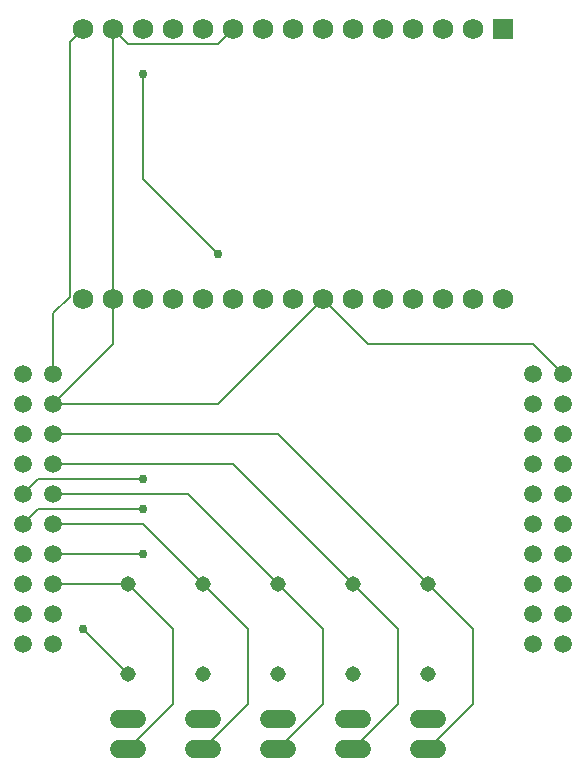
<source format=gbr>
G04 EAGLE Gerber RS-274X export*
G75*
%MOMM*%
%FSLAX34Y34*%
%LPD*%
%INTop Copper*%
%IPPOS*%
%AMOC8*
5,1,8,0,0,1.08239X$1,22.5*%
G01*
%ADD10C,1.508000*%
%ADD11C,1.524000*%
%ADD12R,1.752600X1.752600*%
%ADD13C,1.752600*%
%ADD14C,1.308000*%
%ADD15C,0.756400*%
%ADD16C,0.152400*%


D10*
X38100Y355600D03*
X38100Y330200D03*
X38100Y304800D03*
X38100Y279400D03*
X38100Y254000D03*
X38100Y228600D03*
X38100Y203200D03*
X38100Y177800D03*
X38100Y152400D03*
X38100Y127000D03*
X63500Y355600D03*
X63500Y330200D03*
X63500Y304800D03*
X63500Y279400D03*
X63500Y254000D03*
X63500Y228600D03*
X63500Y203200D03*
X63500Y177800D03*
X63500Y152400D03*
X63500Y127000D03*
X469900Y127000D03*
X469900Y152400D03*
X469900Y177800D03*
X469900Y203200D03*
X469900Y228600D03*
X469900Y254000D03*
X469900Y279400D03*
X469900Y304800D03*
X469900Y330200D03*
X469900Y355600D03*
X495300Y127000D03*
X495300Y152400D03*
X495300Y177800D03*
X495300Y203200D03*
X495300Y228600D03*
X495300Y254000D03*
X495300Y279400D03*
X495300Y304800D03*
X495300Y330200D03*
X495300Y355600D03*
D11*
X198120Y38100D02*
X182880Y38100D01*
X182880Y63500D02*
X198120Y63500D01*
X246380Y38100D02*
X261620Y38100D01*
X261620Y63500D02*
X246380Y63500D01*
X309880Y38100D02*
X325120Y38100D01*
X325120Y63500D02*
X309880Y63500D01*
X373380Y38100D02*
X388620Y38100D01*
X388620Y63500D02*
X373380Y63500D01*
X134620Y38100D02*
X119380Y38100D01*
X119380Y63500D02*
X134620Y63500D01*
D12*
X444500Y647700D03*
D13*
X419100Y647700D03*
X393700Y647700D03*
X368300Y647700D03*
X342900Y647700D03*
X317500Y647700D03*
X292100Y647700D03*
X266700Y647700D03*
X241300Y647700D03*
X215900Y647700D03*
X190500Y647700D03*
X165100Y647700D03*
X139700Y647700D03*
X114300Y647700D03*
X88900Y647700D03*
X444500Y419100D03*
X419100Y419100D03*
X393700Y419100D03*
X368300Y419100D03*
X342900Y419100D03*
X317500Y419100D03*
X292100Y419100D03*
X266700Y419100D03*
X241300Y419100D03*
X215900Y419100D03*
X190500Y419100D03*
X165100Y419100D03*
X139700Y419100D03*
X114300Y419100D03*
X88900Y419100D03*
D14*
X190500Y101600D03*
X190500Y177800D03*
X254000Y101600D03*
X254000Y177800D03*
X381000Y101600D03*
X381000Y177800D03*
X127000Y101600D03*
X127000Y177800D03*
X317500Y101600D03*
X317500Y177800D03*
D15*
X88900Y139700D03*
D16*
X127000Y101600D01*
X63500Y330200D02*
X114300Y381000D01*
X114300Y419100D01*
X114300Y647700D01*
X127000Y635000D01*
X203200Y635000D01*
X215900Y647700D01*
X203200Y330200D02*
X63500Y330200D01*
X203200Y330200D02*
X292100Y419100D01*
X330200Y381000D01*
X469900Y381000D01*
X495300Y355600D01*
D15*
X139700Y241300D03*
D16*
X50800Y241300D01*
X38100Y228600D01*
D15*
X139700Y266700D03*
D16*
X50800Y266700D01*
X38100Y254000D01*
X63500Y203200D02*
X139700Y203200D01*
D15*
X139700Y203200D03*
X203200Y457200D03*
D16*
X139700Y520700D01*
X139700Y609600D01*
D15*
X139700Y609600D03*
D16*
X63500Y406427D02*
X63500Y355600D01*
X63500Y406427D02*
X77722Y420649D01*
X77722Y636522D02*
X88900Y647700D01*
X77722Y636522D02*
X77722Y420649D01*
X127000Y177800D02*
X165100Y139700D01*
X165100Y76200D01*
X127000Y38100D01*
X127000Y177800D02*
X63500Y177800D01*
X190500Y177800D02*
X228600Y139700D01*
X228600Y76200D01*
X190500Y38100D01*
X190500Y177800D02*
X139700Y228600D01*
X63500Y228600D01*
X254000Y177800D02*
X292100Y139700D01*
X292100Y76200D01*
X254000Y38100D01*
X254000Y177800D02*
X177800Y254000D01*
X63500Y254000D01*
X317500Y177800D02*
X355600Y139700D01*
X355600Y76200D01*
X317500Y38100D01*
X317500Y177800D02*
X215900Y279400D01*
X63500Y279400D01*
X381000Y177800D02*
X419100Y139700D01*
X419100Y76200D01*
X381000Y38100D01*
X381000Y177800D02*
X254000Y304800D01*
X63500Y304800D01*
M02*

</source>
